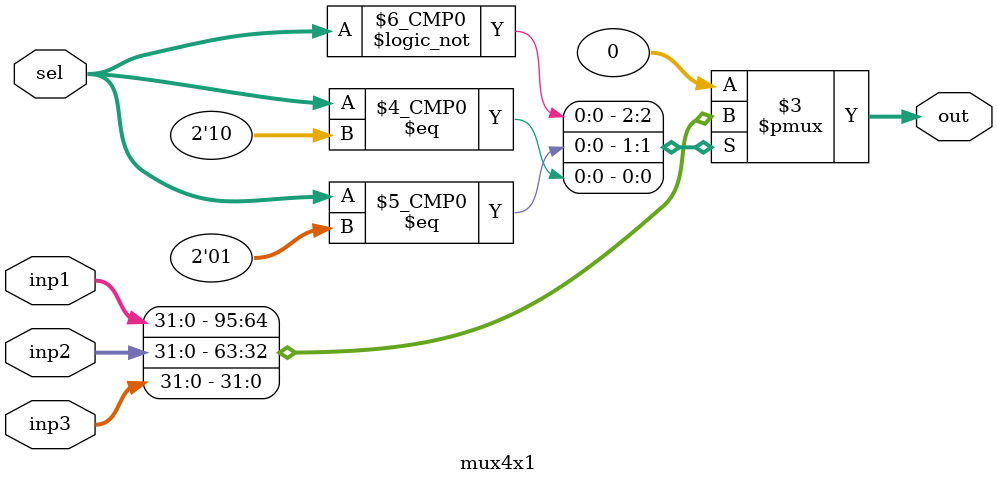
<source format=sv>
module mux4x1 (
    input  logic [31:0] inp1,
    input  logic [31:0] inp2,
    input  logic [31:0] inp3,
    input  logic [1:0]  sel,
    output logic [31:0] out
);

    // Combinational logic to select output based on sel.
    always_comb begin
        case (sel)
            2'b00: out = inp1;
            2'b01: out = inp2;
            2'b10: out = inp3;
            default: out = 32'b0;  // For sel == 2'b11, or any unspecified value.
        endcase
    end

endmodule

</source>
